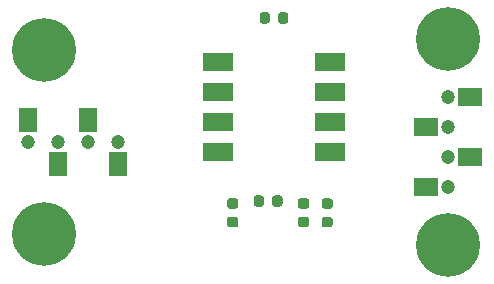
<source format=gts>
G04 #@! TF.GenerationSoftware,KiCad,Pcbnew,(5.1.9)-1*
G04 #@! TF.CreationDate,2021-04-07T16:03:49-07:00*
G04 #@! TF.ProjectId,pressure_XGZP6897A,70726573-7375-4726-955f-58475a503638,1*
G04 #@! TF.SameCoordinates,Original*
G04 #@! TF.FileFunction,Soldermask,Top*
G04 #@! TF.FilePolarity,Negative*
%FSLAX45Y45*%
G04 Gerber Fmt 4.5, Leading zero omitted, Abs format (unit mm)*
G04 Created by KiCad (PCBNEW (5.1.9)-1) date 2021-04-07 16:03:49*
%MOMM*%
%LPD*%
G01*
G04 APERTURE LIST*
%ADD10R,2.540000X1.520000*%
%ADD11C,1.200000*%
%ADD12R,1.500000X2.100000*%
%ADD13R,2.100000X1.500000*%
%ADD14C,5.400000*%
%ADD15C,0.800000*%
G04 APERTURE END LIST*
D10*
X2777000Y-569000D03*
X2777000Y-823000D03*
X2777000Y-1077000D03*
X2777000Y-1331000D03*
X1823000Y-1331000D03*
X1823000Y-1077000D03*
X1823000Y-823000D03*
X1823000Y-569000D03*
D11*
X727000Y-1250000D03*
X473000Y-1250000D03*
X219000Y-1250000D03*
D12*
X219000Y-1065000D03*
X727000Y-1065000D03*
X473000Y-1435000D03*
X981000Y-1435000D03*
D11*
X981000Y-1250000D03*
X3775000Y-1377000D03*
X3775000Y-1123000D03*
X3775000Y-869000D03*
D13*
X3960000Y-869000D03*
X3960000Y-1377000D03*
X3590000Y-1123000D03*
X3590000Y-1631000D03*
D11*
X3775000Y-1631000D03*
D14*
X3775000Y-2125000D03*
D15*
X3977500Y-2125000D03*
X3918189Y-2268189D03*
X3775000Y-2327500D03*
X3631811Y-2268189D03*
X3572500Y-2125000D03*
X3631811Y-1981811D03*
X3775000Y-1922500D03*
X3918189Y-1981811D03*
D14*
X3775000Y-375000D03*
D15*
X3977500Y-375000D03*
X3918189Y-518189D03*
X3775000Y-577500D03*
X3631811Y-518189D03*
X3572500Y-375000D03*
X3631811Y-231811D03*
X3775000Y-172500D03*
X3918189Y-231811D03*
D14*
X350000Y-2025000D03*
D15*
X552500Y-2025000D03*
X493189Y-2168189D03*
X350000Y-2227500D03*
X206811Y-2168189D03*
X147500Y-2025000D03*
X206811Y-1881811D03*
X350000Y-1822500D03*
X493189Y-1881811D03*
D14*
X350000Y-475000D03*
D15*
X552500Y-475000D03*
X493189Y-618189D03*
X350000Y-677500D03*
X206811Y-618189D03*
X147500Y-475000D03*
X206811Y-331811D03*
X350000Y-272500D03*
X493189Y-331811D03*
G36*
G01*
X2575625Y-1815000D02*
X2524375Y-1815000D01*
G75*
G02*
X2502500Y-1793125I0J21875D01*
G01*
X2502500Y-1749375D01*
G75*
G02*
X2524375Y-1727500I21875J0D01*
G01*
X2575625Y-1727500D01*
G75*
G02*
X2597500Y-1749375I0J-21875D01*
G01*
X2597500Y-1793125D01*
G75*
G02*
X2575625Y-1815000I-21875J0D01*
G01*
G37*
G36*
G01*
X2575625Y-1972500D02*
X2524375Y-1972500D01*
G75*
G02*
X2502500Y-1950625I0J21875D01*
G01*
X2502500Y-1906875D01*
G75*
G02*
X2524375Y-1885000I21875J0D01*
G01*
X2575625Y-1885000D01*
G75*
G02*
X2597500Y-1906875I0J-21875D01*
G01*
X2597500Y-1950625D01*
G75*
G02*
X2575625Y-1972500I-21875J0D01*
G01*
G37*
G36*
G01*
X2215000Y-1724375D02*
X2215000Y-1775625D01*
G75*
G02*
X2193125Y-1797500I-21875J0D01*
G01*
X2149375Y-1797500D01*
G75*
G02*
X2127500Y-1775625I0J21875D01*
G01*
X2127500Y-1724375D01*
G75*
G02*
X2149375Y-1702500I21875J0D01*
G01*
X2193125Y-1702500D01*
G75*
G02*
X2215000Y-1724375I0J-21875D01*
G01*
G37*
G36*
G01*
X2372500Y-1724375D02*
X2372500Y-1775625D01*
G75*
G02*
X2350625Y-1797500I-21875J0D01*
G01*
X2306875Y-1797500D01*
G75*
G02*
X2285000Y-1775625I0J21875D01*
G01*
X2285000Y-1724375D01*
G75*
G02*
X2306875Y-1702500I21875J0D01*
G01*
X2350625Y-1702500D01*
G75*
G02*
X2372500Y-1724375I0J-21875D01*
G01*
G37*
G36*
G01*
X2775625Y-1815000D02*
X2724375Y-1815000D01*
G75*
G02*
X2702500Y-1793125I0J21875D01*
G01*
X2702500Y-1749375D01*
G75*
G02*
X2724375Y-1727500I21875J0D01*
G01*
X2775625Y-1727500D01*
G75*
G02*
X2797500Y-1749375I0J-21875D01*
G01*
X2797500Y-1793125D01*
G75*
G02*
X2775625Y-1815000I-21875J0D01*
G01*
G37*
G36*
G01*
X2775625Y-1972500D02*
X2724375Y-1972500D01*
G75*
G02*
X2702500Y-1950625I0J21875D01*
G01*
X2702500Y-1906875D01*
G75*
G02*
X2724375Y-1885000I21875J0D01*
G01*
X2775625Y-1885000D01*
G75*
G02*
X2797500Y-1906875I0J-21875D01*
G01*
X2797500Y-1950625D01*
G75*
G02*
X2775625Y-1972500I-21875J0D01*
G01*
G37*
G36*
G01*
X1975625Y-1815000D02*
X1924375Y-1815000D01*
G75*
G02*
X1902500Y-1793125I0J21875D01*
G01*
X1902500Y-1749375D01*
G75*
G02*
X1924375Y-1727500I21875J0D01*
G01*
X1975625Y-1727500D01*
G75*
G02*
X1997500Y-1749375I0J-21875D01*
G01*
X1997500Y-1793125D01*
G75*
G02*
X1975625Y-1815000I-21875J0D01*
G01*
G37*
G36*
G01*
X1975625Y-1972500D02*
X1924375Y-1972500D01*
G75*
G02*
X1902500Y-1950625I0J21875D01*
G01*
X1902500Y-1906875D01*
G75*
G02*
X1924375Y-1885000I21875J0D01*
G01*
X1975625Y-1885000D01*
G75*
G02*
X1997500Y-1906875I0J-21875D01*
G01*
X1997500Y-1950625D01*
G75*
G02*
X1975625Y-1972500I-21875J0D01*
G01*
G37*
G36*
G01*
X2265000Y-174375D02*
X2265000Y-225625D01*
G75*
G02*
X2243125Y-247500I-21875J0D01*
G01*
X2199375Y-247500D01*
G75*
G02*
X2177500Y-225625I0J21875D01*
G01*
X2177500Y-174375D01*
G75*
G02*
X2199375Y-152500I21875J0D01*
G01*
X2243125Y-152500D01*
G75*
G02*
X2265000Y-174375I0J-21875D01*
G01*
G37*
G36*
G01*
X2422500Y-174375D02*
X2422500Y-225625D01*
G75*
G02*
X2400625Y-247500I-21875J0D01*
G01*
X2356875Y-247500D01*
G75*
G02*
X2335000Y-225625I0J21875D01*
G01*
X2335000Y-174375D01*
G75*
G02*
X2356875Y-152500I21875J0D01*
G01*
X2400625Y-152500D01*
G75*
G02*
X2422500Y-174375I0J-21875D01*
G01*
G37*
M02*

</source>
